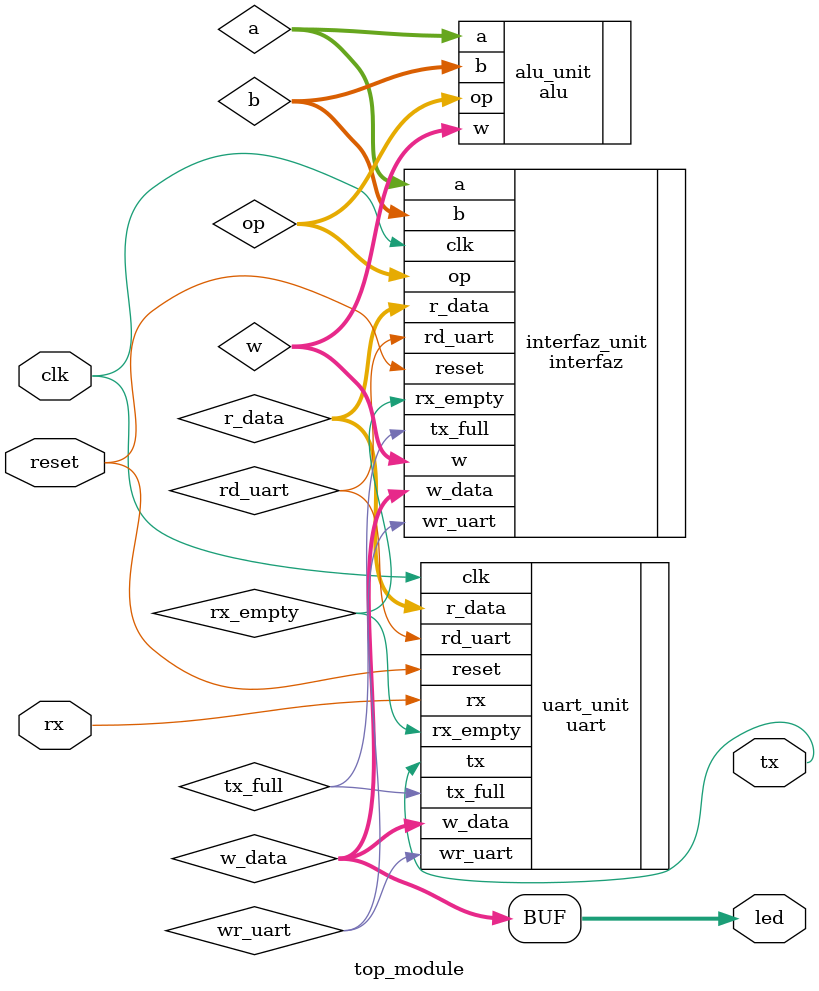
<source format=v>
`timescale 1ns / 1ps
module top_module #( 								// Default setting: 
															// 19,200 baud , 8 data bits , 1 stop bit , 2'2 FIFO 
							parameter DBIT = 8, 		// # data bits 
										 SB_TICK = 16, // # ticks for stop bits , 
															// 16/24/32 for 1/1. 5/2 bits 
										 DVSR = 163,   // baud rate divisor 
															// DVSR = 50M/( 16* baud rate) 
										 DVSR_BIT = 8, // # bits of DVSR 
										 FIF0_W = 2 	// # addr bits of FIFO 
															// # words in FIFO = 2 "FIFO-W 
						 ) 
						 ( input wire clk, reset, rx,
						   output wire tx,
							//output wire rd_uart, wr_uart, tx_full, rx_empty,
							//output [DBIT-1:0] w_data, r_data, a, b, op, w,
							output [DBIT-1:0]led
					    );

wire rd_uart, wr_uart, tx_full, rx_empty;
wire [DBIT-1:0] w_data, r_data, a, b, op, w;



assign led = w_data;
 
alu #(.REG_SIZE(DBIT)) alu_unit 
	(.a(a), .b(b), .op(op), .w(w)); 

interfaz #(.REG_SIZE(DBIT)) interfaz_unit 
	(.clk(clk), .reset(reset), .rd_uart(rd_uart), .wr_uart(wr_uart), 
	 .tx_full(tx_full), .rx_empty(rx_empty), .w_data(w_data),
	 .r_data(r_data), .a(a), .b(b), .op(op), .w(w));

uart #(.DBIT(DBIT), .SB_TICK(SB_TICK), .DVSR(DVSR), .DVSR_BIT(DVSR_BIT), .FIF0_W(FIF0_W)) uart_unit
	(.clk(clk), .reset(reset), .rd_uart(rd_uart), .wr_uart(wr_uart), 
	 .tx_full(tx_full), .rx_empty(rx_empty), .w_data(w_data),
	 .r_data(r_data), .rx(rx), .tx(tx));	 



endmodule

</source>
